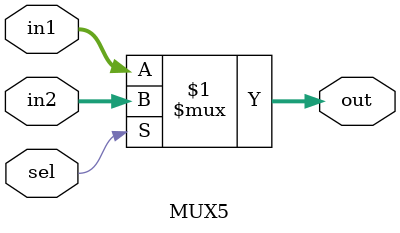
<source format=v>
`timescale 1ns / 1ps


module MUX5(
    input [4:0] in1,
    input [4:0] in2,
    output [4:0] out,
    input sel
    );
    assign out=sel?in2:in1;
endmodule

</source>
